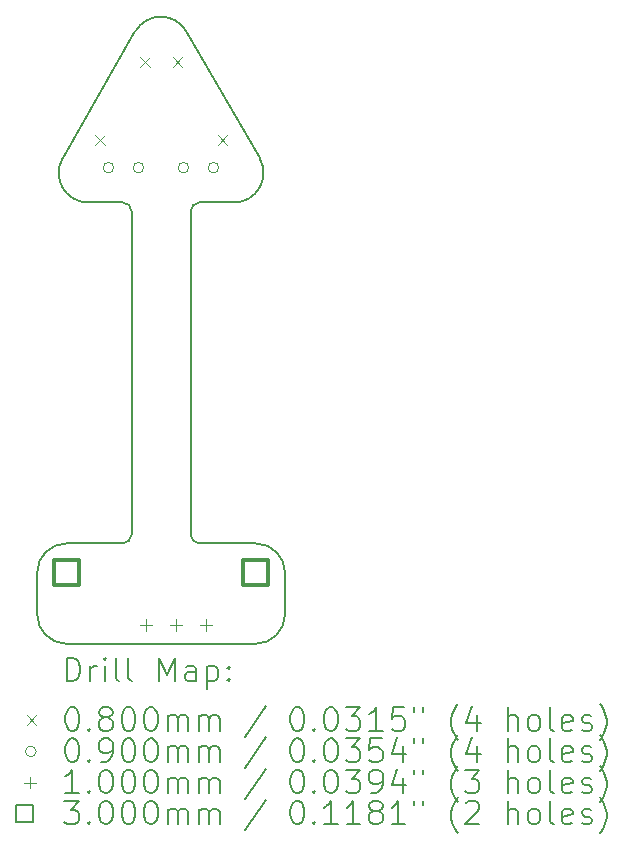
<source format=gbr>
%FSLAX45Y45*%
G04 Gerber Fmt 4.5, Leading zero omitted, Abs format (unit mm)*
G04 Created by KiCad (PCBNEW 6.0.5-a6ca702e91~116~ubuntu20.04.1) date 2022-06-20 08:25:16*
%MOMM*%
%LPD*%
G01*
G04 APERTURE LIST*
%TA.AperFunction,Profile*%
%ADD10C,0.150000*%
%TD*%
%ADD11C,0.200000*%
%ADD12C,0.080000*%
%ADD13C,0.090000*%
%ADD14C,0.100000*%
%ADD15C,0.300000*%
G04 APERTURE END LIST*
D10*
X10216494Y-5889000D02*
X10831487Y-4816000D01*
X11883506Y-5889000D02*
X11264500Y-4816000D01*
X11375000Y-6264000D02*
X11667000Y-6264000D01*
X11264500Y-4816000D02*
G75*
G03*
X10831487Y-4816000I-216506J-125000D01*
G01*
X10250000Y-9150000D02*
X10725000Y-9150000D01*
X12100000Y-9750000D02*
X12100000Y-9400000D01*
X11375000Y-9150000D02*
X11850000Y-9150000D01*
X11300000Y-9075000D02*
G75*
G03*
X11375000Y-9150000I75000J0D01*
G01*
X10725000Y-9150000D02*
G75*
G03*
X10800000Y-9075000I0J75000D01*
G01*
X10800000Y-6339000D02*
X10800000Y-9075000D01*
X11300000Y-6339000D02*
X11300000Y-9075000D01*
X11375000Y-6264000D02*
G75*
G03*
X11300000Y-6339000I0J-75000D01*
G01*
X10800000Y-6339000D02*
G75*
G03*
X10725000Y-6264000I-75000J0D01*
G01*
X10216494Y-5889000D02*
G75*
G03*
X10433000Y-6264000I216506J-125000D01*
G01*
X11667000Y-6264000D02*
G75*
G03*
X11883506Y-5889000I0J250000D01*
G01*
X11850000Y-10000000D02*
G75*
G03*
X12100000Y-9750000I0J250000D01*
G01*
X10250000Y-9150000D02*
G75*
G03*
X10000000Y-9400000I0J-250000D01*
G01*
X12100000Y-9400000D02*
G75*
G03*
X11850000Y-9150000I-250000J0D01*
G01*
X10000000Y-9750000D02*
X10000000Y-9400000D01*
X10000000Y-9750000D02*
G75*
G03*
X10250000Y-10000000I250000J0D01*
G01*
X10250000Y-10000000D02*
X11850000Y-10000000D01*
X10433000Y-6264000D02*
X10725000Y-6264000D01*
D11*
D12*
X10494000Y-5694911D02*
X10574000Y-5774911D01*
X10574000Y-5694911D02*
X10494000Y-5774911D01*
X10875000Y-5035000D02*
X10955000Y-5115000D01*
X10955000Y-5035000D02*
X10875000Y-5115000D01*
X11149500Y-5035044D02*
X11229500Y-5115044D01*
X11229500Y-5035044D02*
X11149500Y-5115044D01*
X11530500Y-5694956D02*
X11610500Y-5774956D01*
X11610500Y-5694956D02*
X11530500Y-5774956D01*
D13*
X10649500Y-5969000D02*
G75*
G03*
X10649500Y-5969000I-45000J0D01*
G01*
X10903500Y-5969000D02*
G75*
G03*
X10903500Y-5969000I-45000J0D01*
G01*
X11284500Y-5969000D02*
G75*
G03*
X11284500Y-5969000I-45000J0D01*
G01*
X11538500Y-5969000D02*
G75*
G03*
X11538500Y-5969000I-45000J0D01*
G01*
D14*
X10922000Y-9792500D02*
X10922000Y-9892500D01*
X10872000Y-9842500D02*
X10972000Y-9842500D01*
X11176000Y-9792500D02*
X11176000Y-9892500D01*
X11126000Y-9842500D02*
X11226000Y-9842500D01*
X11430000Y-9792500D02*
X11430000Y-9892500D01*
X11380000Y-9842500D02*
X11480000Y-9842500D01*
D15*
X10356067Y-9506067D02*
X10356067Y-9293933D01*
X10143933Y-9293933D01*
X10143933Y-9506067D01*
X10356067Y-9506067D01*
X11956067Y-9506067D02*
X11956067Y-9293933D01*
X11743933Y-9293933D01*
X11743933Y-9506067D01*
X11956067Y-9506067D01*
D11*
X10250119Y-10317976D02*
X10250119Y-10117976D01*
X10297738Y-10117976D01*
X10326310Y-10127500D01*
X10345357Y-10146548D01*
X10354881Y-10165595D01*
X10364405Y-10203690D01*
X10364405Y-10232262D01*
X10354881Y-10270357D01*
X10345357Y-10289405D01*
X10326310Y-10308452D01*
X10297738Y-10317976D01*
X10250119Y-10317976D01*
X10450119Y-10317976D02*
X10450119Y-10184643D01*
X10450119Y-10222738D02*
X10459643Y-10203690D01*
X10469167Y-10194167D01*
X10488214Y-10184643D01*
X10507262Y-10184643D01*
X10573929Y-10317976D02*
X10573929Y-10184643D01*
X10573929Y-10117976D02*
X10564405Y-10127500D01*
X10573929Y-10137024D01*
X10583452Y-10127500D01*
X10573929Y-10117976D01*
X10573929Y-10137024D01*
X10697738Y-10317976D02*
X10678690Y-10308452D01*
X10669167Y-10289405D01*
X10669167Y-10117976D01*
X10802500Y-10317976D02*
X10783452Y-10308452D01*
X10773929Y-10289405D01*
X10773929Y-10117976D01*
X11031071Y-10317976D02*
X11031071Y-10117976D01*
X11097738Y-10260833D01*
X11164405Y-10117976D01*
X11164405Y-10317976D01*
X11345357Y-10317976D02*
X11345357Y-10213214D01*
X11335833Y-10194167D01*
X11316786Y-10184643D01*
X11278690Y-10184643D01*
X11259643Y-10194167D01*
X11345357Y-10308452D02*
X11326309Y-10317976D01*
X11278690Y-10317976D01*
X11259643Y-10308452D01*
X11250119Y-10289405D01*
X11250119Y-10270357D01*
X11259643Y-10251310D01*
X11278690Y-10241786D01*
X11326309Y-10241786D01*
X11345357Y-10232262D01*
X11440595Y-10184643D02*
X11440595Y-10384643D01*
X11440595Y-10194167D02*
X11459643Y-10184643D01*
X11497738Y-10184643D01*
X11516786Y-10194167D01*
X11526309Y-10203690D01*
X11535833Y-10222738D01*
X11535833Y-10279881D01*
X11526309Y-10298929D01*
X11516786Y-10308452D01*
X11497738Y-10317976D01*
X11459643Y-10317976D01*
X11440595Y-10308452D01*
X11621548Y-10298929D02*
X11631071Y-10308452D01*
X11621548Y-10317976D01*
X11612024Y-10308452D01*
X11621548Y-10298929D01*
X11621548Y-10317976D01*
X11621548Y-10194167D02*
X11631071Y-10203690D01*
X11621548Y-10213214D01*
X11612024Y-10203690D01*
X11621548Y-10194167D01*
X11621548Y-10213214D01*
D12*
X9912500Y-10607500D02*
X9992500Y-10687500D01*
X9992500Y-10607500D02*
X9912500Y-10687500D01*
D11*
X10288214Y-10537976D02*
X10307262Y-10537976D01*
X10326310Y-10547500D01*
X10335833Y-10557024D01*
X10345357Y-10576071D01*
X10354881Y-10614167D01*
X10354881Y-10661786D01*
X10345357Y-10699881D01*
X10335833Y-10718929D01*
X10326310Y-10728452D01*
X10307262Y-10737976D01*
X10288214Y-10737976D01*
X10269167Y-10728452D01*
X10259643Y-10718929D01*
X10250119Y-10699881D01*
X10240595Y-10661786D01*
X10240595Y-10614167D01*
X10250119Y-10576071D01*
X10259643Y-10557024D01*
X10269167Y-10547500D01*
X10288214Y-10537976D01*
X10440595Y-10718929D02*
X10450119Y-10728452D01*
X10440595Y-10737976D01*
X10431071Y-10728452D01*
X10440595Y-10718929D01*
X10440595Y-10737976D01*
X10564405Y-10623690D02*
X10545357Y-10614167D01*
X10535833Y-10604643D01*
X10526310Y-10585595D01*
X10526310Y-10576071D01*
X10535833Y-10557024D01*
X10545357Y-10547500D01*
X10564405Y-10537976D01*
X10602500Y-10537976D01*
X10621548Y-10547500D01*
X10631071Y-10557024D01*
X10640595Y-10576071D01*
X10640595Y-10585595D01*
X10631071Y-10604643D01*
X10621548Y-10614167D01*
X10602500Y-10623690D01*
X10564405Y-10623690D01*
X10545357Y-10633214D01*
X10535833Y-10642738D01*
X10526310Y-10661786D01*
X10526310Y-10699881D01*
X10535833Y-10718929D01*
X10545357Y-10728452D01*
X10564405Y-10737976D01*
X10602500Y-10737976D01*
X10621548Y-10728452D01*
X10631071Y-10718929D01*
X10640595Y-10699881D01*
X10640595Y-10661786D01*
X10631071Y-10642738D01*
X10621548Y-10633214D01*
X10602500Y-10623690D01*
X10764405Y-10537976D02*
X10783452Y-10537976D01*
X10802500Y-10547500D01*
X10812024Y-10557024D01*
X10821548Y-10576071D01*
X10831071Y-10614167D01*
X10831071Y-10661786D01*
X10821548Y-10699881D01*
X10812024Y-10718929D01*
X10802500Y-10728452D01*
X10783452Y-10737976D01*
X10764405Y-10737976D01*
X10745357Y-10728452D01*
X10735833Y-10718929D01*
X10726310Y-10699881D01*
X10716786Y-10661786D01*
X10716786Y-10614167D01*
X10726310Y-10576071D01*
X10735833Y-10557024D01*
X10745357Y-10547500D01*
X10764405Y-10537976D01*
X10954881Y-10537976D02*
X10973929Y-10537976D01*
X10992976Y-10547500D01*
X11002500Y-10557024D01*
X11012024Y-10576071D01*
X11021548Y-10614167D01*
X11021548Y-10661786D01*
X11012024Y-10699881D01*
X11002500Y-10718929D01*
X10992976Y-10728452D01*
X10973929Y-10737976D01*
X10954881Y-10737976D01*
X10935833Y-10728452D01*
X10926310Y-10718929D01*
X10916786Y-10699881D01*
X10907262Y-10661786D01*
X10907262Y-10614167D01*
X10916786Y-10576071D01*
X10926310Y-10557024D01*
X10935833Y-10547500D01*
X10954881Y-10537976D01*
X11107262Y-10737976D02*
X11107262Y-10604643D01*
X11107262Y-10623690D02*
X11116786Y-10614167D01*
X11135833Y-10604643D01*
X11164405Y-10604643D01*
X11183452Y-10614167D01*
X11192976Y-10633214D01*
X11192976Y-10737976D01*
X11192976Y-10633214D02*
X11202500Y-10614167D01*
X11221548Y-10604643D01*
X11250119Y-10604643D01*
X11269167Y-10614167D01*
X11278690Y-10633214D01*
X11278690Y-10737976D01*
X11373928Y-10737976D02*
X11373928Y-10604643D01*
X11373928Y-10623690D02*
X11383452Y-10614167D01*
X11402500Y-10604643D01*
X11431071Y-10604643D01*
X11450119Y-10614167D01*
X11459643Y-10633214D01*
X11459643Y-10737976D01*
X11459643Y-10633214D02*
X11469167Y-10614167D01*
X11488214Y-10604643D01*
X11516786Y-10604643D01*
X11535833Y-10614167D01*
X11545357Y-10633214D01*
X11545357Y-10737976D01*
X11935833Y-10528452D02*
X11764405Y-10785595D01*
X12192976Y-10537976D02*
X12212024Y-10537976D01*
X12231071Y-10547500D01*
X12240595Y-10557024D01*
X12250119Y-10576071D01*
X12259643Y-10614167D01*
X12259643Y-10661786D01*
X12250119Y-10699881D01*
X12240595Y-10718929D01*
X12231071Y-10728452D01*
X12212024Y-10737976D01*
X12192976Y-10737976D01*
X12173928Y-10728452D01*
X12164405Y-10718929D01*
X12154881Y-10699881D01*
X12145357Y-10661786D01*
X12145357Y-10614167D01*
X12154881Y-10576071D01*
X12164405Y-10557024D01*
X12173928Y-10547500D01*
X12192976Y-10537976D01*
X12345357Y-10718929D02*
X12354881Y-10728452D01*
X12345357Y-10737976D01*
X12335833Y-10728452D01*
X12345357Y-10718929D01*
X12345357Y-10737976D01*
X12478690Y-10537976D02*
X12497738Y-10537976D01*
X12516786Y-10547500D01*
X12526309Y-10557024D01*
X12535833Y-10576071D01*
X12545357Y-10614167D01*
X12545357Y-10661786D01*
X12535833Y-10699881D01*
X12526309Y-10718929D01*
X12516786Y-10728452D01*
X12497738Y-10737976D01*
X12478690Y-10737976D01*
X12459643Y-10728452D01*
X12450119Y-10718929D01*
X12440595Y-10699881D01*
X12431071Y-10661786D01*
X12431071Y-10614167D01*
X12440595Y-10576071D01*
X12450119Y-10557024D01*
X12459643Y-10547500D01*
X12478690Y-10537976D01*
X12612024Y-10537976D02*
X12735833Y-10537976D01*
X12669167Y-10614167D01*
X12697738Y-10614167D01*
X12716786Y-10623690D01*
X12726309Y-10633214D01*
X12735833Y-10652262D01*
X12735833Y-10699881D01*
X12726309Y-10718929D01*
X12716786Y-10728452D01*
X12697738Y-10737976D01*
X12640595Y-10737976D01*
X12621548Y-10728452D01*
X12612024Y-10718929D01*
X12926309Y-10737976D02*
X12812024Y-10737976D01*
X12869167Y-10737976D02*
X12869167Y-10537976D01*
X12850119Y-10566548D01*
X12831071Y-10585595D01*
X12812024Y-10595119D01*
X13107262Y-10537976D02*
X13012024Y-10537976D01*
X13002500Y-10633214D01*
X13012024Y-10623690D01*
X13031071Y-10614167D01*
X13078690Y-10614167D01*
X13097738Y-10623690D01*
X13107262Y-10633214D01*
X13116786Y-10652262D01*
X13116786Y-10699881D01*
X13107262Y-10718929D01*
X13097738Y-10728452D01*
X13078690Y-10737976D01*
X13031071Y-10737976D01*
X13012024Y-10728452D01*
X13002500Y-10718929D01*
X13192976Y-10537976D02*
X13192976Y-10576071D01*
X13269167Y-10537976D02*
X13269167Y-10576071D01*
X13564405Y-10814167D02*
X13554881Y-10804643D01*
X13535833Y-10776071D01*
X13526309Y-10757024D01*
X13516786Y-10728452D01*
X13507262Y-10680833D01*
X13507262Y-10642738D01*
X13516786Y-10595119D01*
X13526309Y-10566548D01*
X13535833Y-10547500D01*
X13554881Y-10518929D01*
X13564405Y-10509405D01*
X13726309Y-10604643D02*
X13726309Y-10737976D01*
X13678690Y-10528452D02*
X13631071Y-10671310D01*
X13754881Y-10671310D01*
X13983452Y-10737976D02*
X13983452Y-10537976D01*
X14069167Y-10737976D02*
X14069167Y-10633214D01*
X14059643Y-10614167D01*
X14040595Y-10604643D01*
X14012024Y-10604643D01*
X13992976Y-10614167D01*
X13983452Y-10623690D01*
X14192976Y-10737976D02*
X14173928Y-10728452D01*
X14164405Y-10718929D01*
X14154881Y-10699881D01*
X14154881Y-10642738D01*
X14164405Y-10623690D01*
X14173928Y-10614167D01*
X14192976Y-10604643D01*
X14221548Y-10604643D01*
X14240595Y-10614167D01*
X14250119Y-10623690D01*
X14259643Y-10642738D01*
X14259643Y-10699881D01*
X14250119Y-10718929D01*
X14240595Y-10728452D01*
X14221548Y-10737976D01*
X14192976Y-10737976D01*
X14373928Y-10737976D02*
X14354881Y-10728452D01*
X14345357Y-10709405D01*
X14345357Y-10537976D01*
X14526309Y-10728452D02*
X14507262Y-10737976D01*
X14469167Y-10737976D01*
X14450119Y-10728452D01*
X14440595Y-10709405D01*
X14440595Y-10633214D01*
X14450119Y-10614167D01*
X14469167Y-10604643D01*
X14507262Y-10604643D01*
X14526309Y-10614167D01*
X14535833Y-10633214D01*
X14535833Y-10652262D01*
X14440595Y-10671310D01*
X14612024Y-10728452D02*
X14631071Y-10737976D01*
X14669167Y-10737976D01*
X14688214Y-10728452D01*
X14697738Y-10709405D01*
X14697738Y-10699881D01*
X14688214Y-10680833D01*
X14669167Y-10671310D01*
X14640595Y-10671310D01*
X14621548Y-10661786D01*
X14612024Y-10642738D01*
X14612024Y-10633214D01*
X14621548Y-10614167D01*
X14640595Y-10604643D01*
X14669167Y-10604643D01*
X14688214Y-10614167D01*
X14764405Y-10814167D02*
X14773928Y-10804643D01*
X14792976Y-10776071D01*
X14802500Y-10757024D01*
X14812024Y-10728452D01*
X14821548Y-10680833D01*
X14821548Y-10642738D01*
X14812024Y-10595119D01*
X14802500Y-10566548D01*
X14792976Y-10547500D01*
X14773928Y-10518929D01*
X14764405Y-10509405D01*
D13*
X9992500Y-10911500D02*
G75*
G03*
X9992500Y-10911500I-45000J0D01*
G01*
D11*
X10288214Y-10801976D02*
X10307262Y-10801976D01*
X10326310Y-10811500D01*
X10335833Y-10821024D01*
X10345357Y-10840071D01*
X10354881Y-10878167D01*
X10354881Y-10925786D01*
X10345357Y-10963881D01*
X10335833Y-10982929D01*
X10326310Y-10992452D01*
X10307262Y-11001976D01*
X10288214Y-11001976D01*
X10269167Y-10992452D01*
X10259643Y-10982929D01*
X10250119Y-10963881D01*
X10240595Y-10925786D01*
X10240595Y-10878167D01*
X10250119Y-10840071D01*
X10259643Y-10821024D01*
X10269167Y-10811500D01*
X10288214Y-10801976D01*
X10440595Y-10982929D02*
X10450119Y-10992452D01*
X10440595Y-11001976D01*
X10431071Y-10992452D01*
X10440595Y-10982929D01*
X10440595Y-11001976D01*
X10545357Y-11001976D02*
X10583452Y-11001976D01*
X10602500Y-10992452D01*
X10612024Y-10982929D01*
X10631071Y-10954357D01*
X10640595Y-10916262D01*
X10640595Y-10840071D01*
X10631071Y-10821024D01*
X10621548Y-10811500D01*
X10602500Y-10801976D01*
X10564405Y-10801976D01*
X10545357Y-10811500D01*
X10535833Y-10821024D01*
X10526310Y-10840071D01*
X10526310Y-10887690D01*
X10535833Y-10906738D01*
X10545357Y-10916262D01*
X10564405Y-10925786D01*
X10602500Y-10925786D01*
X10621548Y-10916262D01*
X10631071Y-10906738D01*
X10640595Y-10887690D01*
X10764405Y-10801976D02*
X10783452Y-10801976D01*
X10802500Y-10811500D01*
X10812024Y-10821024D01*
X10821548Y-10840071D01*
X10831071Y-10878167D01*
X10831071Y-10925786D01*
X10821548Y-10963881D01*
X10812024Y-10982929D01*
X10802500Y-10992452D01*
X10783452Y-11001976D01*
X10764405Y-11001976D01*
X10745357Y-10992452D01*
X10735833Y-10982929D01*
X10726310Y-10963881D01*
X10716786Y-10925786D01*
X10716786Y-10878167D01*
X10726310Y-10840071D01*
X10735833Y-10821024D01*
X10745357Y-10811500D01*
X10764405Y-10801976D01*
X10954881Y-10801976D02*
X10973929Y-10801976D01*
X10992976Y-10811500D01*
X11002500Y-10821024D01*
X11012024Y-10840071D01*
X11021548Y-10878167D01*
X11021548Y-10925786D01*
X11012024Y-10963881D01*
X11002500Y-10982929D01*
X10992976Y-10992452D01*
X10973929Y-11001976D01*
X10954881Y-11001976D01*
X10935833Y-10992452D01*
X10926310Y-10982929D01*
X10916786Y-10963881D01*
X10907262Y-10925786D01*
X10907262Y-10878167D01*
X10916786Y-10840071D01*
X10926310Y-10821024D01*
X10935833Y-10811500D01*
X10954881Y-10801976D01*
X11107262Y-11001976D02*
X11107262Y-10868643D01*
X11107262Y-10887690D02*
X11116786Y-10878167D01*
X11135833Y-10868643D01*
X11164405Y-10868643D01*
X11183452Y-10878167D01*
X11192976Y-10897214D01*
X11192976Y-11001976D01*
X11192976Y-10897214D02*
X11202500Y-10878167D01*
X11221548Y-10868643D01*
X11250119Y-10868643D01*
X11269167Y-10878167D01*
X11278690Y-10897214D01*
X11278690Y-11001976D01*
X11373928Y-11001976D02*
X11373928Y-10868643D01*
X11373928Y-10887690D02*
X11383452Y-10878167D01*
X11402500Y-10868643D01*
X11431071Y-10868643D01*
X11450119Y-10878167D01*
X11459643Y-10897214D01*
X11459643Y-11001976D01*
X11459643Y-10897214D02*
X11469167Y-10878167D01*
X11488214Y-10868643D01*
X11516786Y-10868643D01*
X11535833Y-10878167D01*
X11545357Y-10897214D01*
X11545357Y-11001976D01*
X11935833Y-10792452D02*
X11764405Y-11049595D01*
X12192976Y-10801976D02*
X12212024Y-10801976D01*
X12231071Y-10811500D01*
X12240595Y-10821024D01*
X12250119Y-10840071D01*
X12259643Y-10878167D01*
X12259643Y-10925786D01*
X12250119Y-10963881D01*
X12240595Y-10982929D01*
X12231071Y-10992452D01*
X12212024Y-11001976D01*
X12192976Y-11001976D01*
X12173928Y-10992452D01*
X12164405Y-10982929D01*
X12154881Y-10963881D01*
X12145357Y-10925786D01*
X12145357Y-10878167D01*
X12154881Y-10840071D01*
X12164405Y-10821024D01*
X12173928Y-10811500D01*
X12192976Y-10801976D01*
X12345357Y-10982929D02*
X12354881Y-10992452D01*
X12345357Y-11001976D01*
X12335833Y-10992452D01*
X12345357Y-10982929D01*
X12345357Y-11001976D01*
X12478690Y-10801976D02*
X12497738Y-10801976D01*
X12516786Y-10811500D01*
X12526309Y-10821024D01*
X12535833Y-10840071D01*
X12545357Y-10878167D01*
X12545357Y-10925786D01*
X12535833Y-10963881D01*
X12526309Y-10982929D01*
X12516786Y-10992452D01*
X12497738Y-11001976D01*
X12478690Y-11001976D01*
X12459643Y-10992452D01*
X12450119Y-10982929D01*
X12440595Y-10963881D01*
X12431071Y-10925786D01*
X12431071Y-10878167D01*
X12440595Y-10840071D01*
X12450119Y-10821024D01*
X12459643Y-10811500D01*
X12478690Y-10801976D01*
X12612024Y-10801976D02*
X12735833Y-10801976D01*
X12669167Y-10878167D01*
X12697738Y-10878167D01*
X12716786Y-10887690D01*
X12726309Y-10897214D01*
X12735833Y-10916262D01*
X12735833Y-10963881D01*
X12726309Y-10982929D01*
X12716786Y-10992452D01*
X12697738Y-11001976D01*
X12640595Y-11001976D01*
X12621548Y-10992452D01*
X12612024Y-10982929D01*
X12916786Y-10801976D02*
X12821548Y-10801976D01*
X12812024Y-10897214D01*
X12821548Y-10887690D01*
X12840595Y-10878167D01*
X12888214Y-10878167D01*
X12907262Y-10887690D01*
X12916786Y-10897214D01*
X12926309Y-10916262D01*
X12926309Y-10963881D01*
X12916786Y-10982929D01*
X12907262Y-10992452D01*
X12888214Y-11001976D01*
X12840595Y-11001976D01*
X12821548Y-10992452D01*
X12812024Y-10982929D01*
X13097738Y-10868643D02*
X13097738Y-11001976D01*
X13050119Y-10792452D02*
X13002500Y-10935310D01*
X13126309Y-10935310D01*
X13192976Y-10801976D02*
X13192976Y-10840071D01*
X13269167Y-10801976D02*
X13269167Y-10840071D01*
X13564405Y-11078167D02*
X13554881Y-11068643D01*
X13535833Y-11040071D01*
X13526309Y-11021024D01*
X13516786Y-10992452D01*
X13507262Y-10944833D01*
X13507262Y-10906738D01*
X13516786Y-10859119D01*
X13526309Y-10830548D01*
X13535833Y-10811500D01*
X13554881Y-10782929D01*
X13564405Y-10773405D01*
X13726309Y-10868643D02*
X13726309Y-11001976D01*
X13678690Y-10792452D02*
X13631071Y-10935310D01*
X13754881Y-10935310D01*
X13983452Y-11001976D02*
X13983452Y-10801976D01*
X14069167Y-11001976D02*
X14069167Y-10897214D01*
X14059643Y-10878167D01*
X14040595Y-10868643D01*
X14012024Y-10868643D01*
X13992976Y-10878167D01*
X13983452Y-10887690D01*
X14192976Y-11001976D02*
X14173928Y-10992452D01*
X14164405Y-10982929D01*
X14154881Y-10963881D01*
X14154881Y-10906738D01*
X14164405Y-10887690D01*
X14173928Y-10878167D01*
X14192976Y-10868643D01*
X14221548Y-10868643D01*
X14240595Y-10878167D01*
X14250119Y-10887690D01*
X14259643Y-10906738D01*
X14259643Y-10963881D01*
X14250119Y-10982929D01*
X14240595Y-10992452D01*
X14221548Y-11001976D01*
X14192976Y-11001976D01*
X14373928Y-11001976D02*
X14354881Y-10992452D01*
X14345357Y-10973405D01*
X14345357Y-10801976D01*
X14526309Y-10992452D02*
X14507262Y-11001976D01*
X14469167Y-11001976D01*
X14450119Y-10992452D01*
X14440595Y-10973405D01*
X14440595Y-10897214D01*
X14450119Y-10878167D01*
X14469167Y-10868643D01*
X14507262Y-10868643D01*
X14526309Y-10878167D01*
X14535833Y-10897214D01*
X14535833Y-10916262D01*
X14440595Y-10935310D01*
X14612024Y-10992452D02*
X14631071Y-11001976D01*
X14669167Y-11001976D01*
X14688214Y-10992452D01*
X14697738Y-10973405D01*
X14697738Y-10963881D01*
X14688214Y-10944833D01*
X14669167Y-10935310D01*
X14640595Y-10935310D01*
X14621548Y-10925786D01*
X14612024Y-10906738D01*
X14612024Y-10897214D01*
X14621548Y-10878167D01*
X14640595Y-10868643D01*
X14669167Y-10868643D01*
X14688214Y-10878167D01*
X14764405Y-11078167D02*
X14773928Y-11068643D01*
X14792976Y-11040071D01*
X14802500Y-11021024D01*
X14812024Y-10992452D01*
X14821548Y-10944833D01*
X14821548Y-10906738D01*
X14812024Y-10859119D01*
X14802500Y-10830548D01*
X14792976Y-10811500D01*
X14773928Y-10782929D01*
X14764405Y-10773405D01*
D14*
X9942500Y-11125500D02*
X9942500Y-11225500D01*
X9892500Y-11175500D02*
X9992500Y-11175500D01*
D11*
X10354881Y-11265976D02*
X10240595Y-11265976D01*
X10297738Y-11265976D02*
X10297738Y-11065976D01*
X10278690Y-11094548D01*
X10259643Y-11113595D01*
X10240595Y-11123119D01*
X10440595Y-11246928D02*
X10450119Y-11256452D01*
X10440595Y-11265976D01*
X10431071Y-11256452D01*
X10440595Y-11246928D01*
X10440595Y-11265976D01*
X10573929Y-11065976D02*
X10592976Y-11065976D01*
X10612024Y-11075500D01*
X10621548Y-11085024D01*
X10631071Y-11104071D01*
X10640595Y-11142167D01*
X10640595Y-11189786D01*
X10631071Y-11227881D01*
X10621548Y-11246928D01*
X10612024Y-11256452D01*
X10592976Y-11265976D01*
X10573929Y-11265976D01*
X10554881Y-11256452D01*
X10545357Y-11246928D01*
X10535833Y-11227881D01*
X10526310Y-11189786D01*
X10526310Y-11142167D01*
X10535833Y-11104071D01*
X10545357Y-11085024D01*
X10554881Y-11075500D01*
X10573929Y-11065976D01*
X10764405Y-11065976D02*
X10783452Y-11065976D01*
X10802500Y-11075500D01*
X10812024Y-11085024D01*
X10821548Y-11104071D01*
X10831071Y-11142167D01*
X10831071Y-11189786D01*
X10821548Y-11227881D01*
X10812024Y-11246928D01*
X10802500Y-11256452D01*
X10783452Y-11265976D01*
X10764405Y-11265976D01*
X10745357Y-11256452D01*
X10735833Y-11246928D01*
X10726310Y-11227881D01*
X10716786Y-11189786D01*
X10716786Y-11142167D01*
X10726310Y-11104071D01*
X10735833Y-11085024D01*
X10745357Y-11075500D01*
X10764405Y-11065976D01*
X10954881Y-11065976D02*
X10973929Y-11065976D01*
X10992976Y-11075500D01*
X11002500Y-11085024D01*
X11012024Y-11104071D01*
X11021548Y-11142167D01*
X11021548Y-11189786D01*
X11012024Y-11227881D01*
X11002500Y-11246928D01*
X10992976Y-11256452D01*
X10973929Y-11265976D01*
X10954881Y-11265976D01*
X10935833Y-11256452D01*
X10926310Y-11246928D01*
X10916786Y-11227881D01*
X10907262Y-11189786D01*
X10907262Y-11142167D01*
X10916786Y-11104071D01*
X10926310Y-11085024D01*
X10935833Y-11075500D01*
X10954881Y-11065976D01*
X11107262Y-11265976D02*
X11107262Y-11132643D01*
X11107262Y-11151690D02*
X11116786Y-11142167D01*
X11135833Y-11132643D01*
X11164405Y-11132643D01*
X11183452Y-11142167D01*
X11192976Y-11161214D01*
X11192976Y-11265976D01*
X11192976Y-11161214D02*
X11202500Y-11142167D01*
X11221548Y-11132643D01*
X11250119Y-11132643D01*
X11269167Y-11142167D01*
X11278690Y-11161214D01*
X11278690Y-11265976D01*
X11373928Y-11265976D02*
X11373928Y-11132643D01*
X11373928Y-11151690D02*
X11383452Y-11142167D01*
X11402500Y-11132643D01*
X11431071Y-11132643D01*
X11450119Y-11142167D01*
X11459643Y-11161214D01*
X11459643Y-11265976D01*
X11459643Y-11161214D02*
X11469167Y-11142167D01*
X11488214Y-11132643D01*
X11516786Y-11132643D01*
X11535833Y-11142167D01*
X11545357Y-11161214D01*
X11545357Y-11265976D01*
X11935833Y-11056452D02*
X11764405Y-11313595D01*
X12192976Y-11065976D02*
X12212024Y-11065976D01*
X12231071Y-11075500D01*
X12240595Y-11085024D01*
X12250119Y-11104071D01*
X12259643Y-11142167D01*
X12259643Y-11189786D01*
X12250119Y-11227881D01*
X12240595Y-11246928D01*
X12231071Y-11256452D01*
X12212024Y-11265976D01*
X12192976Y-11265976D01*
X12173928Y-11256452D01*
X12164405Y-11246928D01*
X12154881Y-11227881D01*
X12145357Y-11189786D01*
X12145357Y-11142167D01*
X12154881Y-11104071D01*
X12164405Y-11085024D01*
X12173928Y-11075500D01*
X12192976Y-11065976D01*
X12345357Y-11246928D02*
X12354881Y-11256452D01*
X12345357Y-11265976D01*
X12335833Y-11256452D01*
X12345357Y-11246928D01*
X12345357Y-11265976D01*
X12478690Y-11065976D02*
X12497738Y-11065976D01*
X12516786Y-11075500D01*
X12526309Y-11085024D01*
X12535833Y-11104071D01*
X12545357Y-11142167D01*
X12545357Y-11189786D01*
X12535833Y-11227881D01*
X12526309Y-11246928D01*
X12516786Y-11256452D01*
X12497738Y-11265976D01*
X12478690Y-11265976D01*
X12459643Y-11256452D01*
X12450119Y-11246928D01*
X12440595Y-11227881D01*
X12431071Y-11189786D01*
X12431071Y-11142167D01*
X12440595Y-11104071D01*
X12450119Y-11085024D01*
X12459643Y-11075500D01*
X12478690Y-11065976D01*
X12612024Y-11065976D02*
X12735833Y-11065976D01*
X12669167Y-11142167D01*
X12697738Y-11142167D01*
X12716786Y-11151690D01*
X12726309Y-11161214D01*
X12735833Y-11180262D01*
X12735833Y-11227881D01*
X12726309Y-11246928D01*
X12716786Y-11256452D01*
X12697738Y-11265976D01*
X12640595Y-11265976D01*
X12621548Y-11256452D01*
X12612024Y-11246928D01*
X12831071Y-11265976D02*
X12869167Y-11265976D01*
X12888214Y-11256452D01*
X12897738Y-11246928D01*
X12916786Y-11218357D01*
X12926309Y-11180262D01*
X12926309Y-11104071D01*
X12916786Y-11085024D01*
X12907262Y-11075500D01*
X12888214Y-11065976D01*
X12850119Y-11065976D01*
X12831071Y-11075500D01*
X12821548Y-11085024D01*
X12812024Y-11104071D01*
X12812024Y-11151690D01*
X12821548Y-11170738D01*
X12831071Y-11180262D01*
X12850119Y-11189786D01*
X12888214Y-11189786D01*
X12907262Y-11180262D01*
X12916786Y-11170738D01*
X12926309Y-11151690D01*
X13097738Y-11132643D02*
X13097738Y-11265976D01*
X13050119Y-11056452D02*
X13002500Y-11199309D01*
X13126309Y-11199309D01*
X13192976Y-11065976D02*
X13192976Y-11104071D01*
X13269167Y-11065976D02*
X13269167Y-11104071D01*
X13564405Y-11342167D02*
X13554881Y-11332643D01*
X13535833Y-11304071D01*
X13526309Y-11285024D01*
X13516786Y-11256452D01*
X13507262Y-11208833D01*
X13507262Y-11170738D01*
X13516786Y-11123119D01*
X13526309Y-11094548D01*
X13535833Y-11075500D01*
X13554881Y-11046929D01*
X13564405Y-11037405D01*
X13621548Y-11065976D02*
X13745357Y-11065976D01*
X13678690Y-11142167D01*
X13707262Y-11142167D01*
X13726309Y-11151690D01*
X13735833Y-11161214D01*
X13745357Y-11180262D01*
X13745357Y-11227881D01*
X13735833Y-11246928D01*
X13726309Y-11256452D01*
X13707262Y-11265976D01*
X13650119Y-11265976D01*
X13631071Y-11256452D01*
X13621548Y-11246928D01*
X13983452Y-11265976D02*
X13983452Y-11065976D01*
X14069167Y-11265976D02*
X14069167Y-11161214D01*
X14059643Y-11142167D01*
X14040595Y-11132643D01*
X14012024Y-11132643D01*
X13992976Y-11142167D01*
X13983452Y-11151690D01*
X14192976Y-11265976D02*
X14173928Y-11256452D01*
X14164405Y-11246928D01*
X14154881Y-11227881D01*
X14154881Y-11170738D01*
X14164405Y-11151690D01*
X14173928Y-11142167D01*
X14192976Y-11132643D01*
X14221548Y-11132643D01*
X14240595Y-11142167D01*
X14250119Y-11151690D01*
X14259643Y-11170738D01*
X14259643Y-11227881D01*
X14250119Y-11246928D01*
X14240595Y-11256452D01*
X14221548Y-11265976D01*
X14192976Y-11265976D01*
X14373928Y-11265976D02*
X14354881Y-11256452D01*
X14345357Y-11237405D01*
X14345357Y-11065976D01*
X14526309Y-11256452D02*
X14507262Y-11265976D01*
X14469167Y-11265976D01*
X14450119Y-11256452D01*
X14440595Y-11237405D01*
X14440595Y-11161214D01*
X14450119Y-11142167D01*
X14469167Y-11132643D01*
X14507262Y-11132643D01*
X14526309Y-11142167D01*
X14535833Y-11161214D01*
X14535833Y-11180262D01*
X14440595Y-11199309D01*
X14612024Y-11256452D02*
X14631071Y-11265976D01*
X14669167Y-11265976D01*
X14688214Y-11256452D01*
X14697738Y-11237405D01*
X14697738Y-11227881D01*
X14688214Y-11208833D01*
X14669167Y-11199309D01*
X14640595Y-11199309D01*
X14621548Y-11189786D01*
X14612024Y-11170738D01*
X14612024Y-11161214D01*
X14621548Y-11142167D01*
X14640595Y-11132643D01*
X14669167Y-11132643D01*
X14688214Y-11142167D01*
X14764405Y-11342167D02*
X14773928Y-11332643D01*
X14792976Y-11304071D01*
X14802500Y-11285024D01*
X14812024Y-11256452D01*
X14821548Y-11208833D01*
X14821548Y-11170738D01*
X14812024Y-11123119D01*
X14802500Y-11094548D01*
X14792976Y-11075500D01*
X14773928Y-11046929D01*
X14764405Y-11037405D01*
X9963211Y-11510211D02*
X9963211Y-11368789D01*
X9821789Y-11368789D01*
X9821789Y-11510211D01*
X9963211Y-11510211D01*
X10231071Y-11329976D02*
X10354881Y-11329976D01*
X10288214Y-11406167D01*
X10316786Y-11406167D01*
X10335833Y-11415690D01*
X10345357Y-11425214D01*
X10354881Y-11444262D01*
X10354881Y-11491881D01*
X10345357Y-11510928D01*
X10335833Y-11520452D01*
X10316786Y-11529976D01*
X10259643Y-11529976D01*
X10240595Y-11520452D01*
X10231071Y-11510928D01*
X10440595Y-11510928D02*
X10450119Y-11520452D01*
X10440595Y-11529976D01*
X10431071Y-11520452D01*
X10440595Y-11510928D01*
X10440595Y-11529976D01*
X10573929Y-11329976D02*
X10592976Y-11329976D01*
X10612024Y-11339500D01*
X10621548Y-11349024D01*
X10631071Y-11368071D01*
X10640595Y-11406167D01*
X10640595Y-11453786D01*
X10631071Y-11491881D01*
X10621548Y-11510928D01*
X10612024Y-11520452D01*
X10592976Y-11529976D01*
X10573929Y-11529976D01*
X10554881Y-11520452D01*
X10545357Y-11510928D01*
X10535833Y-11491881D01*
X10526310Y-11453786D01*
X10526310Y-11406167D01*
X10535833Y-11368071D01*
X10545357Y-11349024D01*
X10554881Y-11339500D01*
X10573929Y-11329976D01*
X10764405Y-11329976D02*
X10783452Y-11329976D01*
X10802500Y-11339500D01*
X10812024Y-11349024D01*
X10821548Y-11368071D01*
X10831071Y-11406167D01*
X10831071Y-11453786D01*
X10821548Y-11491881D01*
X10812024Y-11510928D01*
X10802500Y-11520452D01*
X10783452Y-11529976D01*
X10764405Y-11529976D01*
X10745357Y-11520452D01*
X10735833Y-11510928D01*
X10726310Y-11491881D01*
X10716786Y-11453786D01*
X10716786Y-11406167D01*
X10726310Y-11368071D01*
X10735833Y-11349024D01*
X10745357Y-11339500D01*
X10764405Y-11329976D01*
X10954881Y-11329976D02*
X10973929Y-11329976D01*
X10992976Y-11339500D01*
X11002500Y-11349024D01*
X11012024Y-11368071D01*
X11021548Y-11406167D01*
X11021548Y-11453786D01*
X11012024Y-11491881D01*
X11002500Y-11510928D01*
X10992976Y-11520452D01*
X10973929Y-11529976D01*
X10954881Y-11529976D01*
X10935833Y-11520452D01*
X10926310Y-11510928D01*
X10916786Y-11491881D01*
X10907262Y-11453786D01*
X10907262Y-11406167D01*
X10916786Y-11368071D01*
X10926310Y-11349024D01*
X10935833Y-11339500D01*
X10954881Y-11329976D01*
X11107262Y-11529976D02*
X11107262Y-11396643D01*
X11107262Y-11415690D02*
X11116786Y-11406167D01*
X11135833Y-11396643D01*
X11164405Y-11396643D01*
X11183452Y-11406167D01*
X11192976Y-11425214D01*
X11192976Y-11529976D01*
X11192976Y-11425214D02*
X11202500Y-11406167D01*
X11221548Y-11396643D01*
X11250119Y-11396643D01*
X11269167Y-11406167D01*
X11278690Y-11425214D01*
X11278690Y-11529976D01*
X11373928Y-11529976D02*
X11373928Y-11396643D01*
X11373928Y-11415690D02*
X11383452Y-11406167D01*
X11402500Y-11396643D01*
X11431071Y-11396643D01*
X11450119Y-11406167D01*
X11459643Y-11425214D01*
X11459643Y-11529976D01*
X11459643Y-11425214D02*
X11469167Y-11406167D01*
X11488214Y-11396643D01*
X11516786Y-11396643D01*
X11535833Y-11406167D01*
X11545357Y-11425214D01*
X11545357Y-11529976D01*
X11935833Y-11320452D02*
X11764405Y-11577595D01*
X12192976Y-11329976D02*
X12212024Y-11329976D01*
X12231071Y-11339500D01*
X12240595Y-11349024D01*
X12250119Y-11368071D01*
X12259643Y-11406167D01*
X12259643Y-11453786D01*
X12250119Y-11491881D01*
X12240595Y-11510928D01*
X12231071Y-11520452D01*
X12212024Y-11529976D01*
X12192976Y-11529976D01*
X12173928Y-11520452D01*
X12164405Y-11510928D01*
X12154881Y-11491881D01*
X12145357Y-11453786D01*
X12145357Y-11406167D01*
X12154881Y-11368071D01*
X12164405Y-11349024D01*
X12173928Y-11339500D01*
X12192976Y-11329976D01*
X12345357Y-11510928D02*
X12354881Y-11520452D01*
X12345357Y-11529976D01*
X12335833Y-11520452D01*
X12345357Y-11510928D01*
X12345357Y-11529976D01*
X12545357Y-11529976D02*
X12431071Y-11529976D01*
X12488214Y-11529976D02*
X12488214Y-11329976D01*
X12469167Y-11358548D01*
X12450119Y-11377595D01*
X12431071Y-11387119D01*
X12735833Y-11529976D02*
X12621548Y-11529976D01*
X12678690Y-11529976D02*
X12678690Y-11329976D01*
X12659643Y-11358548D01*
X12640595Y-11377595D01*
X12621548Y-11387119D01*
X12850119Y-11415690D02*
X12831071Y-11406167D01*
X12821548Y-11396643D01*
X12812024Y-11377595D01*
X12812024Y-11368071D01*
X12821548Y-11349024D01*
X12831071Y-11339500D01*
X12850119Y-11329976D01*
X12888214Y-11329976D01*
X12907262Y-11339500D01*
X12916786Y-11349024D01*
X12926309Y-11368071D01*
X12926309Y-11377595D01*
X12916786Y-11396643D01*
X12907262Y-11406167D01*
X12888214Y-11415690D01*
X12850119Y-11415690D01*
X12831071Y-11425214D01*
X12821548Y-11434738D01*
X12812024Y-11453786D01*
X12812024Y-11491881D01*
X12821548Y-11510928D01*
X12831071Y-11520452D01*
X12850119Y-11529976D01*
X12888214Y-11529976D01*
X12907262Y-11520452D01*
X12916786Y-11510928D01*
X12926309Y-11491881D01*
X12926309Y-11453786D01*
X12916786Y-11434738D01*
X12907262Y-11425214D01*
X12888214Y-11415690D01*
X13116786Y-11529976D02*
X13002500Y-11529976D01*
X13059643Y-11529976D02*
X13059643Y-11329976D01*
X13040595Y-11358548D01*
X13021548Y-11377595D01*
X13002500Y-11387119D01*
X13192976Y-11329976D02*
X13192976Y-11368071D01*
X13269167Y-11329976D02*
X13269167Y-11368071D01*
X13564405Y-11606167D02*
X13554881Y-11596643D01*
X13535833Y-11568071D01*
X13526309Y-11549024D01*
X13516786Y-11520452D01*
X13507262Y-11472833D01*
X13507262Y-11434738D01*
X13516786Y-11387119D01*
X13526309Y-11358548D01*
X13535833Y-11339500D01*
X13554881Y-11310928D01*
X13564405Y-11301405D01*
X13631071Y-11349024D02*
X13640595Y-11339500D01*
X13659643Y-11329976D01*
X13707262Y-11329976D01*
X13726309Y-11339500D01*
X13735833Y-11349024D01*
X13745357Y-11368071D01*
X13745357Y-11387119D01*
X13735833Y-11415690D01*
X13621548Y-11529976D01*
X13745357Y-11529976D01*
X13983452Y-11529976D02*
X13983452Y-11329976D01*
X14069167Y-11529976D02*
X14069167Y-11425214D01*
X14059643Y-11406167D01*
X14040595Y-11396643D01*
X14012024Y-11396643D01*
X13992976Y-11406167D01*
X13983452Y-11415690D01*
X14192976Y-11529976D02*
X14173928Y-11520452D01*
X14164405Y-11510928D01*
X14154881Y-11491881D01*
X14154881Y-11434738D01*
X14164405Y-11415690D01*
X14173928Y-11406167D01*
X14192976Y-11396643D01*
X14221548Y-11396643D01*
X14240595Y-11406167D01*
X14250119Y-11415690D01*
X14259643Y-11434738D01*
X14259643Y-11491881D01*
X14250119Y-11510928D01*
X14240595Y-11520452D01*
X14221548Y-11529976D01*
X14192976Y-11529976D01*
X14373928Y-11529976D02*
X14354881Y-11520452D01*
X14345357Y-11501405D01*
X14345357Y-11329976D01*
X14526309Y-11520452D02*
X14507262Y-11529976D01*
X14469167Y-11529976D01*
X14450119Y-11520452D01*
X14440595Y-11501405D01*
X14440595Y-11425214D01*
X14450119Y-11406167D01*
X14469167Y-11396643D01*
X14507262Y-11396643D01*
X14526309Y-11406167D01*
X14535833Y-11425214D01*
X14535833Y-11444262D01*
X14440595Y-11463309D01*
X14612024Y-11520452D02*
X14631071Y-11529976D01*
X14669167Y-11529976D01*
X14688214Y-11520452D01*
X14697738Y-11501405D01*
X14697738Y-11491881D01*
X14688214Y-11472833D01*
X14669167Y-11463309D01*
X14640595Y-11463309D01*
X14621548Y-11453786D01*
X14612024Y-11434738D01*
X14612024Y-11425214D01*
X14621548Y-11406167D01*
X14640595Y-11396643D01*
X14669167Y-11396643D01*
X14688214Y-11406167D01*
X14764405Y-11606167D02*
X14773928Y-11596643D01*
X14792976Y-11568071D01*
X14802500Y-11549024D01*
X14812024Y-11520452D01*
X14821548Y-11472833D01*
X14821548Y-11434738D01*
X14812024Y-11387119D01*
X14802500Y-11358548D01*
X14792976Y-11339500D01*
X14773928Y-11310928D01*
X14764405Y-11301405D01*
M02*

</source>
